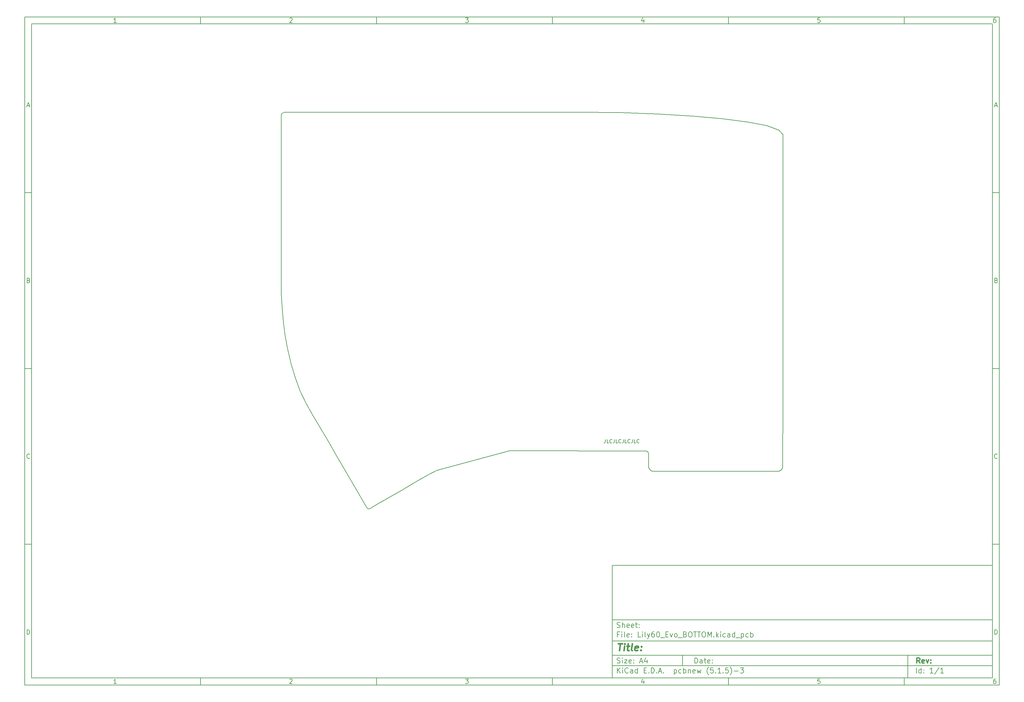
<source format=gto>
G04 #@! TF.GenerationSoftware,KiCad,Pcbnew,(5.1.5)-3*
G04 #@! TF.CreationDate,2020-05-17T14:12:01+04:00*
G04 #@! TF.ProjectId,Lily60_Evo_BOTTOM,4c696c79-3630-45f4-9576-6f5f424f5454,rev?*
G04 #@! TF.SameCoordinates,Original*
G04 #@! TF.FileFunction,Legend,Top*
G04 #@! TF.FilePolarity,Positive*
%FSLAX46Y46*%
G04 Gerber Fmt 4.6, Leading zero omitted, Abs format (unit mm)*
G04 Created by KiCad (PCBNEW (5.1.5)-3) date 2020-05-17 14:12:01*
%MOMM*%
%LPD*%
G04 APERTURE LIST*
%ADD10C,0.100000*%
%ADD11C,0.150000*%
%ADD12C,0.300000*%
%ADD13C,0.400000*%
%ADD14C,0.200000*%
G04 APERTURE END LIST*
D10*
D11*
X177002200Y-166007200D02*
X177002200Y-198007200D01*
X285002200Y-198007200D01*
X285002200Y-166007200D01*
X177002200Y-166007200D01*
D10*
D11*
X10000000Y-10000000D02*
X10000000Y-200007200D01*
X287002200Y-200007200D01*
X287002200Y-10000000D01*
X10000000Y-10000000D01*
D10*
D11*
X12000000Y-12000000D02*
X12000000Y-198007200D01*
X285002200Y-198007200D01*
X285002200Y-12000000D01*
X12000000Y-12000000D01*
D10*
D11*
X60000000Y-12000000D02*
X60000000Y-10000000D01*
D10*
D11*
X110000000Y-12000000D02*
X110000000Y-10000000D01*
D10*
D11*
X160000000Y-12000000D02*
X160000000Y-10000000D01*
D10*
D11*
X210000000Y-12000000D02*
X210000000Y-10000000D01*
D10*
D11*
X260000000Y-12000000D02*
X260000000Y-10000000D01*
D10*
D11*
X36065476Y-11588095D02*
X35322619Y-11588095D01*
X35694047Y-11588095D02*
X35694047Y-10288095D01*
X35570238Y-10473809D01*
X35446428Y-10597619D01*
X35322619Y-10659523D01*
D10*
D11*
X85322619Y-10411904D02*
X85384523Y-10350000D01*
X85508333Y-10288095D01*
X85817857Y-10288095D01*
X85941666Y-10350000D01*
X86003571Y-10411904D01*
X86065476Y-10535714D01*
X86065476Y-10659523D01*
X86003571Y-10845238D01*
X85260714Y-11588095D01*
X86065476Y-11588095D01*
D10*
D11*
X135260714Y-10288095D02*
X136065476Y-10288095D01*
X135632142Y-10783333D01*
X135817857Y-10783333D01*
X135941666Y-10845238D01*
X136003571Y-10907142D01*
X136065476Y-11030952D01*
X136065476Y-11340476D01*
X136003571Y-11464285D01*
X135941666Y-11526190D01*
X135817857Y-11588095D01*
X135446428Y-11588095D01*
X135322619Y-11526190D01*
X135260714Y-11464285D01*
D10*
D11*
X185941666Y-10721428D02*
X185941666Y-11588095D01*
X185632142Y-10226190D02*
X185322619Y-11154761D01*
X186127380Y-11154761D01*
D10*
D11*
X236003571Y-10288095D02*
X235384523Y-10288095D01*
X235322619Y-10907142D01*
X235384523Y-10845238D01*
X235508333Y-10783333D01*
X235817857Y-10783333D01*
X235941666Y-10845238D01*
X236003571Y-10907142D01*
X236065476Y-11030952D01*
X236065476Y-11340476D01*
X236003571Y-11464285D01*
X235941666Y-11526190D01*
X235817857Y-11588095D01*
X235508333Y-11588095D01*
X235384523Y-11526190D01*
X235322619Y-11464285D01*
D10*
D11*
X285941666Y-10288095D02*
X285694047Y-10288095D01*
X285570238Y-10350000D01*
X285508333Y-10411904D01*
X285384523Y-10597619D01*
X285322619Y-10845238D01*
X285322619Y-11340476D01*
X285384523Y-11464285D01*
X285446428Y-11526190D01*
X285570238Y-11588095D01*
X285817857Y-11588095D01*
X285941666Y-11526190D01*
X286003571Y-11464285D01*
X286065476Y-11340476D01*
X286065476Y-11030952D01*
X286003571Y-10907142D01*
X285941666Y-10845238D01*
X285817857Y-10783333D01*
X285570238Y-10783333D01*
X285446428Y-10845238D01*
X285384523Y-10907142D01*
X285322619Y-11030952D01*
D10*
D11*
X60000000Y-198007200D02*
X60000000Y-200007200D01*
D10*
D11*
X110000000Y-198007200D02*
X110000000Y-200007200D01*
D10*
D11*
X160000000Y-198007200D02*
X160000000Y-200007200D01*
D10*
D11*
X210000000Y-198007200D02*
X210000000Y-200007200D01*
D10*
D11*
X260000000Y-198007200D02*
X260000000Y-200007200D01*
D10*
D11*
X36065476Y-199595295D02*
X35322619Y-199595295D01*
X35694047Y-199595295D02*
X35694047Y-198295295D01*
X35570238Y-198481009D01*
X35446428Y-198604819D01*
X35322619Y-198666723D01*
D10*
D11*
X85322619Y-198419104D02*
X85384523Y-198357200D01*
X85508333Y-198295295D01*
X85817857Y-198295295D01*
X85941666Y-198357200D01*
X86003571Y-198419104D01*
X86065476Y-198542914D01*
X86065476Y-198666723D01*
X86003571Y-198852438D01*
X85260714Y-199595295D01*
X86065476Y-199595295D01*
D10*
D11*
X135260714Y-198295295D02*
X136065476Y-198295295D01*
X135632142Y-198790533D01*
X135817857Y-198790533D01*
X135941666Y-198852438D01*
X136003571Y-198914342D01*
X136065476Y-199038152D01*
X136065476Y-199347676D01*
X136003571Y-199471485D01*
X135941666Y-199533390D01*
X135817857Y-199595295D01*
X135446428Y-199595295D01*
X135322619Y-199533390D01*
X135260714Y-199471485D01*
D10*
D11*
X185941666Y-198728628D02*
X185941666Y-199595295D01*
X185632142Y-198233390D02*
X185322619Y-199161961D01*
X186127380Y-199161961D01*
D10*
D11*
X236003571Y-198295295D02*
X235384523Y-198295295D01*
X235322619Y-198914342D01*
X235384523Y-198852438D01*
X235508333Y-198790533D01*
X235817857Y-198790533D01*
X235941666Y-198852438D01*
X236003571Y-198914342D01*
X236065476Y-199038152D01*
X236065476Y-199347676D01*
X236003571Y-199471485D01*
X235941666Y-199533390D01*
X235817857Y-199595295D01*
X235508333Y-199595295D01*
X235384523Y-199533390D01*
X235322619Y-199471485D01*
D10*
D11*
X285941666Y-198295295D02*
X285694047Y-198295295D01*
X285570238Y-198357200D01*
X285508333Y-198419104D01*
X285384523Y-198604819D01*
X285322619Y-198852438D01*
X285322619Y-199347676D01*
X285384523Y-199471485D01*
X285446428Y-199533390D01*
X285570238Y-199595295D01*
X285817857Y-199595295D01*
X285941666Y-199533390D01*
X286003571Y-199471485D01*
X286065476Y-199347676D01*
X286065476Y-199038152D01*
X286003571Y-198914342D01*
X285941666Y-198852438D01*
X285817857Y-198790533D01*
X285570238Y-198790533D01*
X285446428Y-198852438D01*
X285384523Y-198914342D01*
X285322619Y-199038152D01*
D10*
D11*
X10000000Y-60000000D02*
X12000000Y-60000000D01*
D10*
D11*
X10000000Y-110000000D02*
X12000000Y-110000000D01*
D10*
D11*
X10000000Y-160000000D02*
X12000000Y-160000000D01*
D10*
D11*
X10690476Y-35216666D02*
X11309523Y-35216666D01*
X10566666Y-35588095D02*
X11000000Y-34288095D01*
X11433333Y-35588095D01*
D10*
D11*
X11092857Y-84907142D02*
X11278571Y-84969047D01*
X11340476Y-85030952D01*
X11402380Y-85154761D01*
X11402380Y-85340476D01*
X11340476Y-85464285D01*
X11278571Y-85526190D01*
X11154761Y-85588095D01*
X10659523Y-85588095D01*
X10659523Y-84288095D01*
X11092857Y-84288095D01*
X11216666Y-84350000D01*
X11278571Y-84411904D01*
X11340476Y-84535714D01*
X11340476Y-84659523D01*
X11278571Y-84783333D01*
X11216666Y-84845238D01*
X11092857Y-84907142D01*
X10659523Y-84907142D01*
D10*
D11*
X11402380Y-135464285D02*
X11340476Y-135526190D01*
X11154761Y-135588095D01*
X11030952Y-135588095D01*
X10845238Y-135526190D01*
X10721428Y-135402380D01*
X10659523Y-135278571D01*
X10597619Y-135030952D01*
X10597619Y-134845238D01*
X10659523Y-134597619D01*
X10721428Y-134473809D01*
X10845238Y-134350000D01*
X11030952Y-134288095D01*
X11154761Y-134288095D01*
X11340476Y-134350000D01*
X11402380Y-134411904D01*
D10*
D11*
X10659523Y-185588095D02*
X10659523Y-184288095D01*
X10969047Y-184288095D01*
X11154761Y-184350000D01*
X11278571Y-184473809D01*
X11340476Y-184597619D01*
X11402380Y-184845238D01*
X11402380Y-185030952D01*
X11340476Y-185278571D01*
X11278571Y-185402380D01*
X11154761Y-185526190D01*
X10969047Y-185588095D01*
X10659523Y-185588095D01*
D10*
D11*
X287002200Y-60000000D02*
X285002200Y-60000000D01*
D10*
D11*
X287002200Y-110000000D02*
X285002200Y-110000000D01*
D10*
D11*
X287002200Y-160000000D02*
X285002200Y-160000000D01*
D10*
D11*
X285692676Y-35216666D02*
X286311723Y-35216666D01*
X285568866Y-35588095D02*
X286002200Y-34288095D01*
X286435533Y-35588095D01*
D10*
D11*
X286095057Y-84907142D02*
X286280771Y-84969047D01*
X286342676Y-85030952D01*
X286404580Y-85154761D01*
X286404580Y-85340476D01*
X286342676Y-85464285D01*
X286280771Y-85526190D01*
X286156961Y-85588095D01*
X285661723Y-85588095D01*
X285661723Y-84288095D01*
X286095057Y-84288095D01*
X286218866Y-84350000D01*
X286280771Y-84411904D01*
X286342676Y-84535714D01*
X286342676Y-84659523D01*
X286280771Y-84783333D01*
X286218866Y-84845238D01*
X286095057Y-84907142D01*
X285661723Y-84907142D01*
D10*
D11*
X286404580Y-135464285D02*
X286342676Y-135526190D01*
X286156961Y-135588095D01*
X286033152Y-135588095D01*
X285847438Y-135526190D01*
X285723628Y-135402380D01*
X285661723Y-135278571D01*
X285599819Y-135030952D01*
X285599819Y-134845238D01*
X285661723Y-134597619D01*
X285723628Y-134473809D01*
X285847438Y-134350000D01*
X286033152Y-134288095D01*
X286156961Y-134288095D01*
X286342676Y-134350000D01*
X286404580Y-134411904D01*
D10*
D11*
X285661723Y-185588095D02*
X285661723Y-184288095D01*
X285971247Y-184288095D01*
X286156961Y-184350000D01*
X286280771Y-184473809D01*
X286342676Y-184597619D01*
X286404580Y-184845238D01*
X286404580Y-185030952D01*
X286342676Y-185278571D01*
X286280771Y-185402380D01*
X286156961Y-185526190D01*
X285971247Y-185588095D01*
X285661723Y-185588095D01*
D10*
D11*
X200434342Y-193785771D02*
X200434342Y-192285771D01*
X200791485Y-192285771D01*
X201005771Y-192357200D01*
X201148628Y-192500057D01*
X201220057Y-192642914D01*
X201291485Y-192928628D01*
X201291485Y-193142914D01*
X201220057Y-193428628D01*
X201148628Y-193571485D01*
X201005771Y-193714342D01*
X200791485Y-193785771D01*
X200434342Y-193785771D01*
X202577200Y-193785771D02*
X202577200Y-193000057D01*
X202505771Y-192857200D01*
X202362914Y-192785771D01*
X202077200Y-192785771D01*
X201934342Y-192857200D01*
X202577200Y-193714342D02*
X202434342Y-193785771D01*
X202077200Y-193785771D01*
X201934342Y-193714342D01*
X201862914Y-193571485D01*
X201862914Y-193428628D01*
X201934342Y-193285771D01*
X202077200Y-193214342D01*
X202434342Y-193214342D01*
X202577200Y-193142914D01*
X203077200Y-192785771D02*
X203648628Y-192785771D01*
X203291485Y-192285771D02*
X203291485Y-193571485D01*
X203362914Y-193714342D01*
X203505771Y-193785771D01*
X203648628Y-193785771D01*
X204720057Y-193714342D02*
X204577200Y-193785771D01*
X204291485Y-193785771D01*
X204148628Y-193714342D01*
X204077200Y-193571485D01*
X204077200Y-193000057D01*
X204148628Y-192857200D01*
X204291485Y-192785771D01*
X204577200Y-192785771D01*
X204720057Y-192857200D01*
X204791485Y-193000057D01*
X204791485Y-193142914D01*
X204077200Y-193285771D01*
X205434342Y-193642914D02*
X205505771Y-193714342D01*
X205434342Y-193785771D01*
X205362914Y-193714342D01*
X205434342Y-193642914D01*
X205434342Y-193785771D01*
X205434342Y-192857200D02*
X205505771Y-192928628D01*
X205434342Y-193000057D01*
X205362914Y-192928628D01*
X205434342Y-192857200D01*
X205434342Y-193000057D01*
D10*
D11*
X177002200Y-194507200D02*
X285002200Y-194507200D01*
D10*
D11*
X178434342Y-196585771D02*
X178434342Y-195085771D01*
X179291485Y-196585771D02*
X178648628Y-195728628D01*
X179291485Y-195085771D02*
X178434342Y-195942914D01*
X179934342Y-196585771D02*
X179934342Y-195585771D01*
X179934342Y-195085771D02*
X179862914Y-195157200D01*
X179934342Y-195228628D01*
X180005771Y-195157200D01*
X179934342Y-195085771D01*
X179934342Y-195228628D01*
X181505771Y-196442914D02*
X181434342Y-196514342D01*
X181220057Y-196585771D01*
X181077200Y-196585771D01*
X180862914Y-196514342D01*
X180720057Y-196371485D01*
X180648628Y-196228628D01*
X180577200Y-195942914D01*
X180577200Y-195728628D01*
X180648628Y-195442914D01*
X180720057Y-195300057D01*
X180862914Y-195157200D01*
X181077200Y-195085771D01*
X181220057Y-195085771D01*
X181434342Y-195157200D01*
X181505771Y-195228628D01*
X182791485Y-196585771D02*
X182791485Y-195800057D01*
X182720057Y-195657200D01*
X182577200Y-195585771D01*
X182291485Y-195585771D01*
X182148628Y-195657200D01*
X182791485Y-196514342D02*
X182648628Y-196585771D01*
X182291485Y-196585771D01*
X182148628Y-196514342D01*
X182077200Y-196371485D01*
X182077200Y-196228628D01*
X182148628Y-196085771D01*
X182291485Y-196014342D01*
X182648628Y-196014342D01*
X182791485Y-195942914D01*
X184148628Y-196585771D02*
X184148628Y-195085771D01*
X184148628Y-196514342D02*
X184005771Y-196585771D01*
X183720057Y-196585771D01*
X183577200Y-196514342D01*
X183505771Y-196442914D01*
X183434342Y-196300057D01*
X183434342Y-195871485D01*
X183505771Y-195728628D01*
X183577200Y-195657200D01*
X183720057Y-195585771D01*
X184005771Y-195585771D01*
X184148628Y-195657200D01*
X186005771Y-195800057D02*
X186505771Y-195800057D01*
X186720057Y-196585771D02*
X186005771Y-196585771D01*
X186005771Y-195085771D01*
X186720057Y-195085771D01*
X187362914Y-196442914D02*
X187434342Y-196514342D01*
X187362914Y-196585771D01*
X187291485Y-196514342D01*
X187362914Y-196442914D01*
X187362914Y-196585771D01*
X188077200Y-196585771D02*
X188077200Y-195085771D01*
X188434342Y-195085771D01*
X188648628Y-195157200D01*
X188791485Y-195300057D01*
X188862914Y-195442914D01*
X188934342Y-195728628D01*
X188934342Y-195942914D01*
X188862914Y-196228628D01*
X188791485Y-196371485D01*
X188648628Y-196514342D01*
X188434342Y-196585771D01*
X188077200Y-196585771D01*
X189577200Y-196442914D02*
X189648628Y-196514342D01*
X189577200Y-196585771D01*
X189505771Y-196514342D01*
X189577200Y-196442914D01*
X189577200Y-196585771D01*
X190220057Y-196157200D02*
X190934342Y-196157200D01*
X190077200Y-196585771D02*
X190577200Y-195085771D01*
X191077200Y-196585771D01*
X191577200Y-196442914D02*
X191648628Y-196514342D01*
X191577200Y-196585771D01*
X191505771Y-196514342D01*
X191577200Y-196442914D01*
X191577200Y-196585771D01*
X194577200Y-195585771D02*
X194577200Y-197085771D01*
X194577200Y-195657200D02*
X194720057Y-195585771D01*
X195005771Y-195585771D01*
X195148628Y-195657200D01*
X195220057Y-195728628D01*
X195291485Y-195871485D01*
X195291485Y-196300057D01*
X195220057Y-196442914D01*
X195148628Y-196514342D01*
X195005771Y-196585771D01*
X194720057Y-196585771D01*
X194577200Y-196514342D01*
X196577200Y-196514342D02*
X196434342Y-196585771D01*
X196148628Y-196585771D01*
X196005771Y-196514342D01*
X195934342Y-196442914D01*
X195862914Y-196300057D01*
X195862914Y-195871485D01*
X195934342Y-195728628D01*
X196005771Y-195657200D01*
X196148628Y-195585771D01*
X196434342Y-195585771D01*
X196577200Y-195657200D01*
X197220057Y-196585771D02*
X197220057Y-195085771D01*
X197220057Y-195657200D02*
X197362914Y-195585771D01*
X197648628Y-195585771D01*
X197791485Y-195657200D01*
X197862914Y-195728628D01*
X197934342Y-195871485D01*
X197934342Y-196300057D01*
X197862914Y-196442914D01*
X197791485Y-196514342D01*
X197648628Y-196585771D01*
X197362914Y-196585771D01*
X197220057Y-196514342D01*
X198577200Y-195585771D02*
X198577200Y-196585771D01*
X198577200Y-195728628D02*
X198648628Y-195657200D01*
X198791485Y-195585771D01*
X199005771Y-195585771D01*
X199148628Y-195657200D01*
X199220057Y-195800057D01*
X199220057Y-196585771D01*
X200505771Y-196514342D02*
X200362914Y-196585771D01*
X200077200Y-196585771D01*
X199934342Y-196514342D01*
X199862914Y-196371485D01*
X199862914Y-195800057D01*
X199934342Y-195657200D01*
X200077200Y-195585771D01*
X200362914Y-195585771D01*
X200505771Y-195657200D01*
X200577200Y-195800057D01*
X200577200Y-195942914D01*
X199862914Y-196085771D01*
X201077200Y-195585771D02*
X201362914Y-196585771D01*
X201648628Y-195871485D01*
X201934342Y-196585771D01*
X202220057Y-195585771D01*
X204362914Y-197157200D02*
X204291485Y-197085771D01*
X204148628Y-196871485D01*
X204077200Y-196728628D01*
X204005771Y-196514342D01*
X203934342Y-196157200D01*
X203934342Y-195871485D01*
X204005771Y-195514342D01*
X204077200Y-195300057D01*
X204148628Y-195157200D01*
X204291485Y-194942914D01*
X204362914Y-194871485D01*
X205648628Y-195085771D02*
X204934342Y-195085771D01*
X204862914Y-195800057D01*
X204934342Y-195728628D01*
X205077200Y-195657200D01*
X205434342Y-195657200D01*
X205577200Y-195728628D01*
X205648628Y-195800057D01*
X205720057Y-195942914D01*
X205720057Y-196300057D01*
X205648628Y-196442914D01*
X205577200Y-196514342D01*
X205434342Y-196585771D01*
X205077200Y-196585771D01*
X204934342Y-196514342D01*
X204862914Y-196442914D01*
X206362914Y-196442914D02*
X206434342Y-196514342D01*
X206362914Y-196585771D01*
X206291485Y-196514342D01*
X206362914Y-196442914D01*
X206362914Y-196585771D01*
X207862914Y-196585771D02*
X207005771Y-196585771D01*
X207434342Y-196585771D02*
X207434342Y-195085771D01*
X207291485Y-195300057D01*
X207148628Y-195442914D01*
X207005771Y-195514342D01*
X208505771Y-196442914D02*
X208577200Y-196514342D01*
X208505771Y-196585771D01*
X208434342Y-196514342D01*
X208505771Y-196442914D01*
X208505771Y-196585771D01*
X209934342Y-195085771D02*
X209220057Y-195085771D01*
X209148628Y-195800057D01*
X209220057Y-195728628D01*
X209362914Y-195657200D01*
X209720057Y-195657200D01*
X209862914Y-195728628D01*
X209934342Y-195800057D01*
X210005771Y-195942914D01*
X210005771Y-196300057D01*
X209934342Y-196442914D01*
X209862914Y-196514342D01*
X209720057Y-196585771D01*
X209362914Y-196585771D01*
X209220057Y-196514342D01*
X209148628Y-196442914D01*
X210505771Y-197157200D02*
X210577200Y-197085771D01*
X210720057Y-196871485D01*
X210791485Y-196728628D01*
X210862914Y-196514342D01*
X210934342Y-196157200D01*
X210934342Y-195871485D01*
X210862914Y-195514342D01*
X210791485Y-195300057D01*
X210720057Y-195157200D01*
X210577200Y-194942914D01*
X210505771Y-194871485D01*
X211648628Y-196014342D02*
X212791485Y-196014342D01*
X213362914Y-195085771D02*
X214291485Y-195085771D01*
X213791485Y-195657200D01*
X214005771Y-195657200D01*
X214148628Y-195728628D01*
X214220057Y-195800057D01*
X214291485Y-195942914D01*
X214291485Y-196300057D01*
X214220057Y-196442914D01*
X214148628Y-196514342D01*
X214005771Y-196585771D01*
X213577200Y-196585771D01*
X213434342Y-196514342D01*
X213362914Y-196442914D01*
D10*
D11*
X177002200Y-191507200D02*
X285002200Y-191507200D01*
D10*
D12*
X264411485Y-193785771D02*
X263911485Y-193071485D01*
X263554342Y-193785771D02*
X263554342Y-192285771D01*
X264125771Y-192285771D01*
X264268628Y-192357200D01*
X264340057Y-192428628D01*
X264411485Y-192571485D01*
X264411485Y-192785771D01*
X264340057Y-192928628D01*
X264268628Y-193000057D01*
X264125771Y-193071485D01*
X263554342Y-193071485D01*
X265625771Y-193714342D02*
X265482914Y-193785771D01*
X265197200Y-193785771D01*
X265054342Y-193714342D01*
X264982914Y-193571485D01*
X264982914Y-193000057D01*
X265054342Y-192857200D01*
X265197200Y-192785771D01*
X265482914Y-192785771D01*
X265625771Y-192857200D01*
X265697200Y-193000057D01*
X265697200Y-193142914D01*
X264982914Y-193285771D01*
X266197200Y-192785771D02*
X266554342Y-193785771D01*
X266911485Y-192785771D01*
X267482914Y-193642914D02*
X267554342Y-193714342D01*
X267482914Y-193785771D01*
X267411485Y-193714342D01*
X267482914Y-193642914D01*
X267482914Y-193785771D01*
X267482914Y-192857200D02*
X267554342Y-192928628D01*
X267482914Y-193000057D01*
X267411485Y-192928628D01*
X267482914Y-192857200D01*
X267482914Y-193000057D01*
D10*
D11*
X178362914Y-193714342D02*
X178577200Y-193785771D01*
X178934342Y-193785771D01*
X179077200Y-193714342D01*
X179148628Y-193642914D01*
X179220057Y-193500057D01*
X179220057Y-193357200D01*
X179148628Y-193214342D01*
X179077200Y-193142914D01*
X178934342Y-193071485D01*
X178648628Y-193000057D01*
X178505771Y-192928628D01*
X178434342Y-192857200D01*
X178362914Y-192714342D01*
X178362914Y-192571485D01*
X178434342Y-192428628D01*
X178505771Y-192357200D01*
X178648628Y-192285771D01*
X179005771Y-192285771D01*
X179220057Y-192357200D01*
X179862914Y-193785771D02*
X179862914Y-192785771D01*
X179862914Y-192285771D02*
X179791485Y-192357200D01*
X179862914Y-192428628D01*
X179934342Y-192357200D01*
X179862914Y-192285771D01*
X179862914Y-192428628D01*
X180434342Y-192785771D02*
X181220057Y-192785771D01*
X180434342Y-193785771D01*
X181220057Y-193785771D01*
X182362914Y-193714342D02*
X182220057Y-193785771D01*
X181934342Y-193785771D01*
X181791485Y-193714342D01*
X181720057Y-193571485D01*
X181720057Y-193000057D01*
X181791485Y-192857200D01*
X181934342Y-192785771D01*
X182220057Y-192785771D01*
X182362914Y-192857200D01*
X182434342Y-193000057D01*
X182434342Y-193142914D01*
X181720057Y-193285771D01*
X183077200Y-193642914D02*
X183148628Y-193714342D01*
X183077200Y-193785771D01*
X183005771Y-193714342D01*
X183077200Y-193642914D01*
X183077200Y-193785771D01*
X183077200Y-192857200D02*
X183148628Y-192928628D01*
X183077200Y-193000057D01*
X183005771Y-192928628D01*
X183077200Y-192857200D01*
X183077200Y-193000057D01*
X184862914Y-193357200D02*
X185577200Y-193357200D01*
X184720057Y-193785771D02*
X185220057Y-192285771D01*
X185720057Y-193785771D01*
X186862914Y-192785771D02*
X186862914Y-193785771D01*
X186505771Y-192214342D02*
X186148628Y-193285771D01*
X187077200Y-193285771D01*
D10*
D11*
X263434342Y-196585771D02*
X263434342Y-195085771D01*
X264791485Y-196585771D02*
X264791485Y-195085771D01*
X264791485Y-196514342D02*
X264648628Y-196585771D01*
X264362914Y-196585771D01*
X264220057Y-196514342D01*
X264148628Y-196442914D01*
X264077200Y-196300057D01*
X264077200Y-195871485D01*
X264148628Y-195728628D01*
X264220057Y-195657200D01*
X264362914Y-195585771D01*
X264648628Y-195585771D01*
X264791485Y-195657200D01*
X265505771Y-196442914D02*
X265577200Y-196514342D01*
X265505771Y-196585771D01*
X265434342Y-196514342D01*
X265505771Y-196442914D01*
X265505771Y-196585771D01*
X265505771Y-195657200D02*
X265577200Y-195728628D01*
X265505771Y-195800057D01*
X265434342Y-195728628D01*
X265505771Y-195657200D01*
X265505771Y-195800057D01*
X268148628Y-196585771D02*
X267291485Y-196585771D01*
X267720057Y-196585771D02*
X267720057Y-195085771D01*
X267577200Y-195300057D01*
X267434342Y-195442914D01*
X267291485Y-195514342D01*
X269862914Y-195014342D02*
X268577200Y-196942914D01*
X271148628Y-196585771D02*
X270291485Y-196585771D01*
X270720057Y-196585771D02*
X270720057Y-195085771D01*
X270577200Y-195300057D01*
X270434342Y-195442914D01*
X270291485Y-195514342D01*
D10*
D11*
X177002200Y-187507200D02*
X285002200Y-187507200D01*
D10*
D13*
X178714580Y-188211961D02*
X179857438Y-188211961D01*
X179036009Y-190211961D02*
X179286009Y-188211961D01*
X180274104Y-190211961D02*
X180440771Y-188878628D01*
X180524104Y-188211961D02*
X180416961Y-188307200D01*
X180500295Y-188402438D01*
X180607438Y-188307200D01*
X180524104Y-188211961D01*
X180500295Y-188402438D01*
X181107438Y-188878628D02*
X181869342Y-188878628D01*
X181476485Y-188211961D02*
X181262200Y-189926247D01*
X181333628Y-190116723D01*
X181512200Y-190211961D01*
X181702676Y-190211961D01*
X182655057Y-190211961D02*
X182476485Y-190116723D01*
X182405057Y-189926247D01*
X182619342Y-188211961D01*
X184190771Y-190116723D02*
X183988390Y-190211961D01*
X183607438Y-190211961D01*
X183428866Y-190116723D01*
X183357438Y-189926247D01*
X183452676Y-189164342D01*
X183571723Y-188973866D01*
X183774104Y-188878628D01*
X184155057Y-188878628D01*
X184333628Y-188973866D01*
X184405057Y-189164342D01*
X184381247Y-189354819D01*
X183405057Y-189545295D01*
X185155057Y-190021485D02*
X185238390Y-190116723D01*
X185131247Y-190211961D01*
X185047914Y-190116723D01*
X185155057Y-190021485D01*
X185131247Y-190211961D01*
X185286009Y-188973866D02*
X185369342Y-189069104D01*
X185262200Y-189164342D01*
X185178866Y-189069104D01*
X185286009Y-188973866D01*
X185262200Y-189164342D01*
D10*
D11*
X178934342Y-185600057D02*
X178434342Y-185600057D01*
X178434342Y-186385771D02*
X178434342Y-184885771D01*
X179148628Y-184885771D01*
X179720057Y-186385771D02*
X179720057Y-185385771D01*
X179720057Y-184885771D02*
X179648628Y-184957200D01*
X179720057Y-185028628D01*
X179791485Y-184957200D01*
X179720057Y-184885771D01*
X179720057Y-185028628D01*
X180648628Y-186385771D02*
X180505771Y-186314342D01*
X180434342Y-186171485D01*
X180434342Y-184885771D01*
X181791485Y-186314342D02*
X181648628Y-186385771D01*
X181362914Y-186385771D01*
X181220057Y-186314342D01*
X181148628Y-186171485D01*
X181148628Y-185600057D01*
X181220057Y-185457200D01*
X181362914Y-185385771D01*
X181648628Y-185385771D01*
X181791485Y-185457200D01*
X181862914Y-185600057D01*
X181862914Y-185742914D01*
X181148628Y-185885771D01*
X182505771Y-186242914D02*
X182577200Y-186314342D01*
X182505771Y-186385771D01*
X182434342Y-186314342D01*
X182505771Y-186242914D01*
X182505771Y-186385771D01*
X182505771Y-185457200D02*
X182577200Y-185528628D01*
X182505771Y-185600057D01*
X182434342Y-185528628D01*
X182505771Y-185457200D01*
X182505771Y-185600057D01*
X185077200Y-186385771D02*
X184362914Y-186385771D01*
X184362914Y-184885771D01*
X185577200Y-186385771D02*
X185577200Y-185385771D01*
X185577200Y-184885771D02*
X185505771Y-184957200D01*
X185577200Y-185028628D01*
X185648628Y-184957200D01*
X185577200Y-184885771D01*
X185577200Y-185028628D01*
X186505771Y-186385771D02*
X186362914Y-186314342D01*
X186291485Y-186171485D01*
X186291485Y-184885771D01*
X186934342Y-185385771D02*
X187291485Y-186385771D01*
X187648628Y-185385771D02*
X187291485Y-186385771D01*
X187148628Y-186742914D01*
X187077200Y-186814342D01*
X186934342Y-186885771D01*
X188862914Y-184885771D02*
X188577200Y-184885771D01*
X188434342Y-184957200D01*
X188362914Y-185028628D01*
X188220057Y-185242914D01*
X188148628Y-185528628D01*
X188148628Y-186100057D01*
X188220057Y-186242914D01*
X188291485Y-186314342D01*
X188434342Y-186385771D01*
X188720057Y-186385771D01*
X188862914Y-186314342D01*
X188934342Y-186242914D01*
X189005771Y-186100057D01*
X189005771Y-185742914D01*
X188934342Y-185600057D01*
X188862914Y-185528628D01*
X188720057Y-185457200D01*
X188434342Y-185457200D01*
X188291485Y-185528628D01*
X188220057Y-185600057D01*
X188148628Y-185742914D01*
X189934342Y-184885771D02*
X190077200Y-184885771D01*
X190220057Y-184957200D01*
X190291485Y-185028628D01*
X190362914Y-185171485D01*
X190434342Y-185457200D01*
X190434342Y-185814342D01*
X190362914Y-186100057D01*
X190291485Y-186242914D01*
X190220057Y-186314342D01*
X190077200Y-186385771D01*
X189934342Y-186385771D01*
X189791485Y-186314342D01*
X189720057Y-186242914D01*
X189648628Y-186100057D01*
X189577200Y-185814342D01*
X189577200Y-185457200D01*
X189648628Y-185171485D01*
X189720057Y-185028628D01*
X189791485Y-184957200D01*
X189934342Y-184885771D01*
X190720057Y-186528628D02*
X191862914Y-186528628D01*
X192220057Y-185600057D02*
X192720057Y-185600057D01*
X192934342Y-186385771D02*
X192220057Y-186385771D01*
X192220057Y-184885771D01*
X192934342Y-184885771D01*
X193434342Y-185385771D02*
X193791485Y-186385771D01*
X194148628Y-185385771D01*
X194934342Y-186385771D02*
X194791485Y-186314342D01*
X194720057Y-186242914D01*
X194648628Y-186100057D01*
X194648628Y-185671485D01*
X194720057Y-185528628D01*
X194791485Y-185457200D01*
X194934342Y-185385771D01*
X195148628Y-185385771D01*
X195291485Y-185457200D01*
X195362914Y-185528628D01*
X195434342Y-185671485D01*
X195434342Y-186100057D01*
X195362914Y-186242914D01*
X195291485Y-186314342D01*
X195148628Y-186385771D01*
X194934342Y-186385771D01*
X195720057Y-186528628D02*
X196862914Y-186528628D01*
X197720057Y-185600057D02*
X197934342Y-185671485D01*
X198005771Y-185742914D01*
X198077200Y-185885771D01*
X198077200Y-186100057D01*
X198005771Y-186242914D01*
X197934342Y-186314342D01*
X197791485Y-186385771D01*
X197220057Y-186385771D01*
X197220057Y-184885771D01*
X197720057Y-184885771D01*
X197862914Y-184957200D01*
X197934342Y-185028628D01*
X198005771Y-185171485D01*
X198005771Y-185314342D01*
X197934342Y-185457200D01*
X197862914Y-185528628D01*
X197720057Y-185600057D01*
X197220057Y-185600057D01*
X199005771Y-184885771D02*
X199291485Y-184885771D01*
X199434342Y-184957200D01*
X199577200Y-185100057D01*
X199648628Y-185385771D01*
X199648628Y-185885771D01*
X199577200Y-186171485D01*
X199434342Y-186314342D01*
X199291485Y-186385771D01*
X199005771Y-186385771D01*
X198862914Y-186314342D01*
X198720057Y-186171485D01*
X198648628Y-185885771D01*
X198648628Y-185385771D01*
X198720057Y-185100057D01*
X198862914Y-184957200D01*
X199005771Y-184885771D01*
X200077200Y-184885771D02*
X200934342Y-184885771D01*
X200505771Y-186385771D02*
X200505771Y-184885771D01*
X201220057Y-184885771D02*
X202077200Y-184885771D01*
X201648628Y-186385771D02*
X201648628Y-184885771D01*
X202862914Y-184885771D02*
X203148628Y-184885771D01*
X203291485Y-184957200D01*
X203434342Y-185100057D01*
X203505771Y-185385771D01*
X203505771Y-185885771D01*
X203434342Y-186171485D01*
X203291485Y-186314342D01*
X203148628Y-186385771D01*
X202862914Y-186385771D01*
X202720057Y-186314342D01*
X202577200Y-186171485D01*
X202505771Y-185885771D01*
X202505771Y-185385771D01*
X202577200Y-185100057D01*
X202720057Y-184957200D01*
X202862914Y-184885771D01*
X204148628Y-186385771D02*
X204148628Y-184885771D01*
X204648628Y-185957200D01*
X205148628Y-184885771D01*
X205148628Y-186385771D01*
X205862914Y-186242914D02*
X205934342Y-186314342D01*
X205862914Y-186385771D01*
X205791485Y-186314342D01*
X205862914Y-186242914D01*
X205862914Y-186385771D01*
X206577200Y-186385771D02*
X206577200Y-184885771D01*
X206720057Y-185814342D02*
X207148628Y-186385771D01*
X207148628Y-185385771D02*
X206577200Y-185957200D01*
X207791485Y-186385771D02*
X207791485Y-185385771D01*
X207791485Y-184885771D02*
X207720057Y-184957200D01*
X207791485Y-185028628D01*
X207862914Y-184957200D01*
X207791485Y-184885771D01*
X207791485Y-185028628D01*
X209148628Y-186314342D02*
X209005771Y-186385771D01*
X208720057Y-186385771D01*
X208577200Y-186314342D01*
X208505771Y-186242914D01*
X208434342Y-186100057D01*
X208434342Y-185671485D01*
X208505771Y-185528628D01*
X208577200Y-185457200D01*
X208720057Y-185385771D01*
X209005771Y-185385771D01*
X209148628Y-185457200D01*
X210434342Y-186385771D02*
X210434342Y-185600057D01*
X210362914Y-185457200D01*
X210220057Y-185385771D01*
X209934342Y-185385771D01*
X209791485Y-185457200D01*
X210434342Y-186314342D02*
X210291485Y-186385771D01*
X209934342Y-186385771D01*
X209791485Y-186314342D01*
X209720057Y-186171485D01*
X209720057Y-186028628D01*
X209791485Y-185885771D01*
X209934342Y-185814342D01*
X210291485Y-185814342D01*
X210434342Y-185742914D01*
X211791485Y-186385771D02*
X211791485Y-184885771D01*
X211791485Y-186314342D02*
X211648628Y-186385771D01*
X211362914Y-186385771D01*
X211220057Y-186314342D01*
X211148628Y-186242914D01*
X211077200Y-186100057D01*
X211077200Y-185671485D01*
X211148628Y-185528628D01*
X211220057Y-185457200D01*
X211362914Y-185385771D01*
X211648628Y-185385771D01*
X211791485Y-185457200D01*
X212148628Y-186528628D02*
X213291485Y-186528628D01*
X213648628Y-185385771D02*
X213648628Y-186885771D01*
X213648628Y-185457200D02*
X213791485Y-185385771D01*
X214077200Y-185385771D01*
X214220057Y-185457200D01*
X214291485Y-185528628D01*
X214362914Y-185671485D01*
X214362914Y-186100057D01*
X214291485Y-186242914D01*
X214220057Y-186314342D01*
X214077200Y-186385771D01*
X213791485Y-186385771D01*
X213648628Y-186314342D01*
X215648628Y-186314342D02*
X215505771Y-186385771D01*
X215220057Y-186385771D01*
X215077200Y-186314342D01*
X215005771Y-186242914D01*
X214934342Y-186100057D01*
X214934342Y-185671485D01*
X215005771Y-185528628D01*
X215077200Y-185457200D01*
X215220057Y-185385771D01*
X215505771Y-185385771D01*
X215648628Y-185457200D01*
X216291485Y-186385771D02*
X216291485Y-184885771D01*
X216291485Y-185457200D02*
X216434342Y-185385771D01*
X216720057Y-185385771D01*
X216862914Y-185457200D01*
X216934342Y-185528628D01*
X217005771Y-185671485D01*
X217005771Y-186100057D01*
X216934342Y-186242914D01*
X216862914Y-186314342D01*
X216720057Y-186385771D01*
X216434342Y-186385771D01*
X216291485Y-186314342D01*
D10*
D11*
X177002200Y-181507200D02*
X285002200Y-181507200D01*
D10*
D11*
X178362914Y-183614342D02*
X178577200Y-183685771D01*
X178934342Y-183685771D01*
X179077200Y-183614342D01*
X179148628Y-183542914D01*
X179220057Y-183400057D01*
X179220057Y-183257200D01*
X179148628Y-183114342D01*
X179077200Y-183042914D01*
X178934342Y-182971485D01*
X178648628Y-182900057D01*
X178505771Y-182828628D01*
X178434342Y-182757200D01*
X178362914Y-182614342D01*
X178362914Y-182471485D01*
X178434342Y-182328628D01*
X178505771Y-182257200D01*
X178648628Y-182185771D01*
X179005771Y-182185771D01*
X179220057Y-182257200D01*
X179862914Y-183685771D02*
X179862914Y-182185771D01*
X180505771Y-183685771D02*
X180505771Y-182900057D01*
X180434342Y-182757200D01*
X180291485Y-182685771D01*
X180077200Y-182685771D01*
X179934342Y-182757200D01*
X179862914Y-182828628D01*
X181791485Y-183614342D02*
X181648628Y-183685771D01*
X181362914Y-183685771D01*
X181220057Y-183614342D01*
X181148628Y-183471485D01*
X181148628Y-182900057D01*
X181220057Y-182757200D01*
X181362914Y-182685771D01*
X181648628Y-182685771D01*
X181791485Y-182757200D01*
X181862914Y-182900057D01*
X181862914Y-183042914D01*
X181148628Y-183185771D01*
X183077200Y-183614342D02*
X182934342Y-183685771D01*
X182648628Y-183685771D01*
X182505771Y-183614342D01*
X182434342Y-183471485D01*
X182434342Y-182900057D01*
X182505771Y-182757200D01*
X182648628Y-182685771D01*
X182934342Y-182685771D01*
X183077200Y-182757200D01*
X183148628Y-182900057D01*
X183148628Y-183042914D01*
X182434342Y-183185771D01*
X183577200Y-182685771D02*
X184148628Y-182685771D01*
X183791485Y-182185771D02*
X183791485Y-183471485D01*
X183862914Y-183614342D01*
X184005771Y-183685771D01*
X184148628Y-183685771D01*
X184648628Y-183542914D02*
X184720057Y-183614342D01*
X184648628Y-183685771D01*
X184577200Y-183614342D01*
X184648628Y-183542914D01*
X184648628Y-183685771D01*
X184648628Y-182757200D02*
X184720057Y-182828628D01*
X184648628Y-182900057D01*
X184577200Y-182828628D01*
X184648628Y-182757200D01*
X184648628Y-182900057D01*
D10*
D11*
X197002200Y-191507200D02*
X197002200Y-194507200D01*
D10*
D11*
X261002200Y-191507200D02*
X261002200Y-198007200D01*
D14*
X175030952Y-130152380D02*
X175030952Y-130866666D01*
X174983333Y-131009523D01*
X174888095Y-131104761D01*
X174745238Y-131152380D01*
X174650000Y-131152380D01*
X175983333Y-131152380D02*
X175507142Y-131152380D01*
X175507142Y-130152380D01*
X176888095Y-131057142D02*
X176840476Y-131104761D01*
X176697619Y-131152380D01*
X176602380Y-131152380D01*
X176459523Y-131104761D01*
X176364285Y-131009523D01*
X176316666Y-130914285D01*
X176269047Y-130723809D01*
X176269047Y-130580952D01*
X176316666Y-130390476D01*
X176364285Y-130295238D01*
X176459523Y-130200000D01*
X176602380Y-130152380D01*
X176697619Y-130152380D01*
X176840476Y-130200000D01*
X176888095Y-130247619D01*
X177602380Y-130152380D02*
X177602380Y-130866666D01*
X177554761Y-131009523D01*
X177459523Y-131104761D01*
X177316666Y-131152380D01*
X177221428Y-131152380D01*
X178554761Y-131152380D02*
X178078571Y-131152380D01*
X178078571Y-130152380D01*
X179459523Y-131057142D02*
X179411904Y-131104761D01*
X179269047Y-131152380D01*
X179173809Y-131152380D01*
X179030952Y-131104761D01*
X178935714Y-131009523D01*
X178888095Y-130914285D01*
X178840476Y-130723809D01*
X178840476Y-130580952D01*
X178888095Y-130390476D01*
X178935714Y-130295238D01*
X179030952Y-130200000D01*
X179173809Y-130152380D01*
X179269047Y-130152380D01*
X179411904Y-130200000D01*
X179459523Y-130247619D01*
X180173809Y-130152380D02*
X180173809Y-130866666D01*
X180126190Y-131009523D01*
X180030952Y-131104761D01*
X179888095Y-131152380D01*
X179792857Y-131152380D01*
X181126190Y-131152380D02*
X180650000Y-131152380D01*
X180650000Y-130152380D01*
X182030952Y-131057142D02*
X181983333Y-131104761D01*
X181840476Y-131152380D01*
X181745238Y-131152380D01*
X181602380Y-131104761D01*
X181507142Y-131009523D01*
X181459523Y-130914285D01*
X181411904Y-130723809D01*
X181411904Y-130580952D01*
X181459523Y-130390476D01*
X181507142Y-130295238D01*
X181602380Y-130200000D01*
X181745238Y-130152380D01*
X181840476Y-130152380D01*
X181983333Y-130200000D01*
X182030952Y-130247619D01*
X182745238Y-130152380D02*
X182745238Y-130866666D01*
X182697619Y-131009523D01*
X182602380Y-131104761D01*
X182459523Y-131152380D01*
X182364285Y-131152380D01*
X183697619Y-131152380D02*
X183221428Y-131152380D01*
X183221428Y-130152380D01*
X184602380Y-131057142D02*
X184554761Y-131104761D01*
X184411904Y-131152380D01*
X184316666Y-131152380D01*
X184173809Y-131104761D01*
X184078571Y-131009523D01*
X184030952Y-130914285D01*
X183983333Y-130723809D01*
X183983333Y-130580952D01*
X184030952Y-130390476D01*
X184078571Y-130295238D01*
X184173809Y-130200000D01*
X184316666Y-130152380D01*
X184411904Y-130152380D01*
X184554761Y-130200000D01*
X184602380Y-130247619D01*
X187714087Y-138785913D02*
X187530998Y-138563960D01*
X188472504Y-139194553D02*
X188190848Y-139107217D01*
X187530998Y-138563960D02*
X187392782Y-138309152D01*
X188190848Y-139107217D02*
X187936039Y-138969001D01*
X187392782Y-138309152D02*
X187305447Y-138027496D01*
X188750000Y-139200000D02*
X188472504Y-139194553D01*
X187936039Y-138969001D02*
X187714087Y-138785913D01*
X186658574Y-133452455D02*
G75*
G02X187300000Y-134150000I-58574J-697545D01*
G01*
X124667888Y-140255128D02*
X127100000Y-138950000D01*
X120963416Y-142391346D02*
X124667888Y-140255128D01*
X117258944Y-144527564D02*
X120963416Y-142391346D01*
X113554472Y-146663782D02*
X117258944Y-144527564D01*
X225459999Y-119289735D02*
X225450000Y-137750000D01*
X204850000Y-139200000D02*
X224277496Y-139194553D01*
X225357217Y-138309152D02*
X225219001Y-138563961D01*
X224559152Y-139107218D02*
X224277496Y-139194553D01*
X224813960Y-138969002D02*
X224559152Y-139107218D01*
X225035913Y-138785913D02*
X224813960Y-138969002D01*
X225444553Y-138027496D02*
X225357217Y-138309152D01*
X225219001Y-138563961D02*
X225035913Y-138785913D01*
X225450000Y-137750000D02*
X225444553Y-138027496D01*
X127100000Y-138950000D02*
X147900000Y-133400000D01*
X187300000Y-134150000D02*
X187305447Y-138027496D01*
X147900000Y-133400000D02*
X186658574Y-133452455D01*
X109882452Y-148801617D02*
X113554472Y-146663782D01*
X188750000Y-139200000D02*
X204850000Y-139200000D01*
X82937528Y-50750629D02*
X82937528Y-44443695D01*
X82937528Y-57057562D02*
X82937528Y-50750629D01*
X115211711Y-37086762D02*
X104803877Y-37086762D01*
X199807654Y-38170488D02*
X189919538Y-37585374D01*
X208420758Y-38945561D02*
X199807654Y-38170488D01*
X215525697Y-39885159D02*
X208420758Y-38945561D01*
X220889319Y-40963847D02*
X215525697Y-39885159D01*
X178989563Y-37215654D02*
X167250881Y-37086762D01*
X189919538Y-37585374D02*
X178989563Y-37215654D01*
X225460000Y-52918378D02*
X225460000Y-62400000D01*
X225460000Y-43436755D02*
X225460000Y-52918378D01*
X82937528Y-69671429D02*
X82937528Y-63364495D01*
X82937528Y-75978362D02*
X82937528Y-69671429D01*
X82937528Y-82285296D02*
X82937528Y-75978362D01*
X82937528Y-88592229D02*
X82937528Y-82285296D01*
X104803877Y-37086762D02*
X94396044Y-37086762D01*
X125619545Y-37086762D02*
X115211711Y-37086762D01*
X136027379Y-37086762D02*
X125619545Y-37086762D01*
X146435213Y-37086762D02*
X136027379Y-37086762D01*
X156843047Y-37086762D02*
X146435213Y-37086762D01*
X167250881Y-37086762D02*
X156843047Y-37086762D01*
X83400937Y-37265961D02*
X83579303Y-37169210D01*
X83245570Y-37394123D02*
X83400937Y-37265961D01*
X83117409Y-37549489D02*
X83245570Y-37394123D01*
X83020657Y-37727855D02*
X83117409Y-37549489D01*
X82959523Y-37925015D02*
X83020657Y-37727855D01*
X82938210Y-38136762D02*
X82959523Y-37925015D01*
X83776462Y-37108075D02*
X83988210Y-37086762D01*
X83579303Y-37169210D02*
X83776462Y-37108075D01*
X94396044Y-37086762D02*
X83988210Y-37086762D01*
X82937528Y-63364495D02*
X82937528Y-57057562D01*
X82937528Y-44443695D02*
X82937528Y-38136762D01*
X88291758Y-116318073D02*
X89993333Y-119989540D01*
X86863105Y-112530670D02*
X88291758Y-116318073D01*
X85688004Y-108649127D02*
X86863105Y-112530670D01*
X84747083Y-104695246D02*
X85688004Y-108649127D01*
X84020972Y-100690825D02*
X84747083Y-104695246D01*
X83490297Y-96657663D02*
X84020972Y-100690825D01*
X83135690Y-92617561D02*
X83490297Y-96657663D01*
X82937777Y-88592317D02*
X83135690Y-92617561D01*
X108038864Y-149857278D02*
X108206758Y-149771756D01*
X107880206Y-149904468D02*
X108038864Y-149857278D01*
X107731252Y-149913974D02*
X107880206Y-149904468D01*
X107592470Y-149886445D02*
X107731252Y-149913974D01*
X107464328Y-149822532D02*
X107592470Y-149886445D01*
X107347295Y-149722884D02*
X107464328Y-149822532D01*
X107241837Y-149588150D02*
X107347295Y-149722884D01*
X107148425Y-149418979D02*
X107241837Y-149588150D01*
X108206758Y-149771756D02*
X109882452Y-148801617D01*
X101722730Y-140052659D02*
X107148425Y-149418979D01*
X100047036Y-137186340D02*
X101722730Y-140052659D01*
X98371341Y-134320020D02*
X100047036Y-137186340D01*
X96695647Y-131453701D02*
X98371341Y-134320020D01*
X95019952Y-128587381D02*
X96695647Y-131453701D01*
X93344258Y-125721062D02*
X95019952Y-128587381D01*
X91668563Y-122854742D02*
X93344258Y-125721062D01*
X89992869Y-119988423D02*
X91668563Y-122854742D01*
X224278471Y-42156190D02*
X220889319Y-40963847D01*
X225460000Y-43436755D02*
X224278471Y-42156190D01*
X225460000Y-109808112D02*
X225460000Y-119289735D01*
X225460000Y-100326490D02*
X225460000Y-109808112D01*
X225460000Y-90844867D02*
X225460000Y-100326490D01*
X225460000Y-81363245D02*
X225460000Y-90844867D01*
X225460000Y-71881623D02*
X225460000Y-81363245D01*
X225460000Y-62400000D02*
X225460000Y-71881623D01*
M02*

</source>
